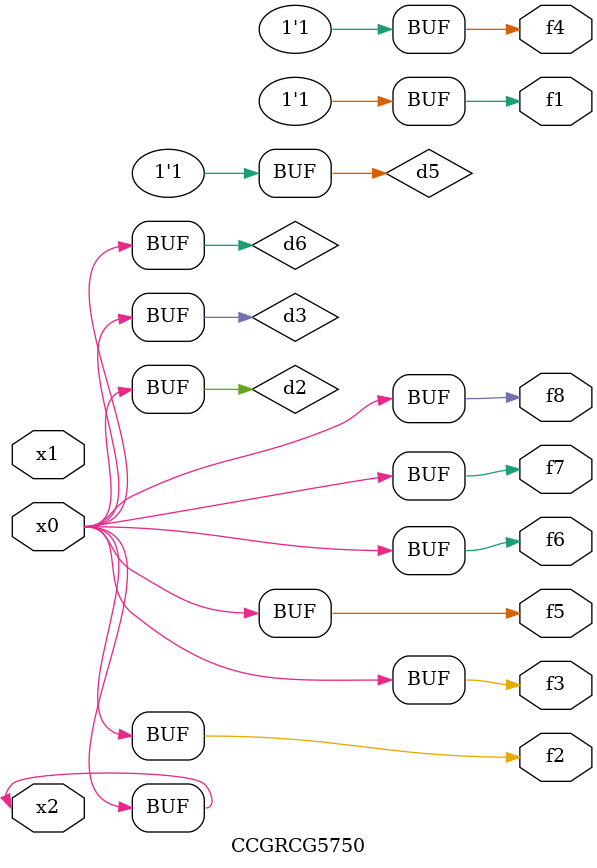
<source format=v>
module CCGRCG5750(
	input x0, x1, x2,
	output f1, f2, f3, f4, f5, f6, f7, f8
);

	wire d1, d2, d3, d4, d5, d6;

	xnor (d1, x2);
	buf (d2, x0, x2);
	and (d3, x0);
	xnor (d4, x1, x2);
	nand (d5, d1, d3);
	buf (d6, d2, d3);
	assign f1 = d5;
	assign f2 = d6;
	assign f3 = d6;
	assign f4 = d5;
	assign f5 = d6;
	assign f6 = d6;
	assign f7 = d6;
	assign f8 = d6;
endmodule

</source>
